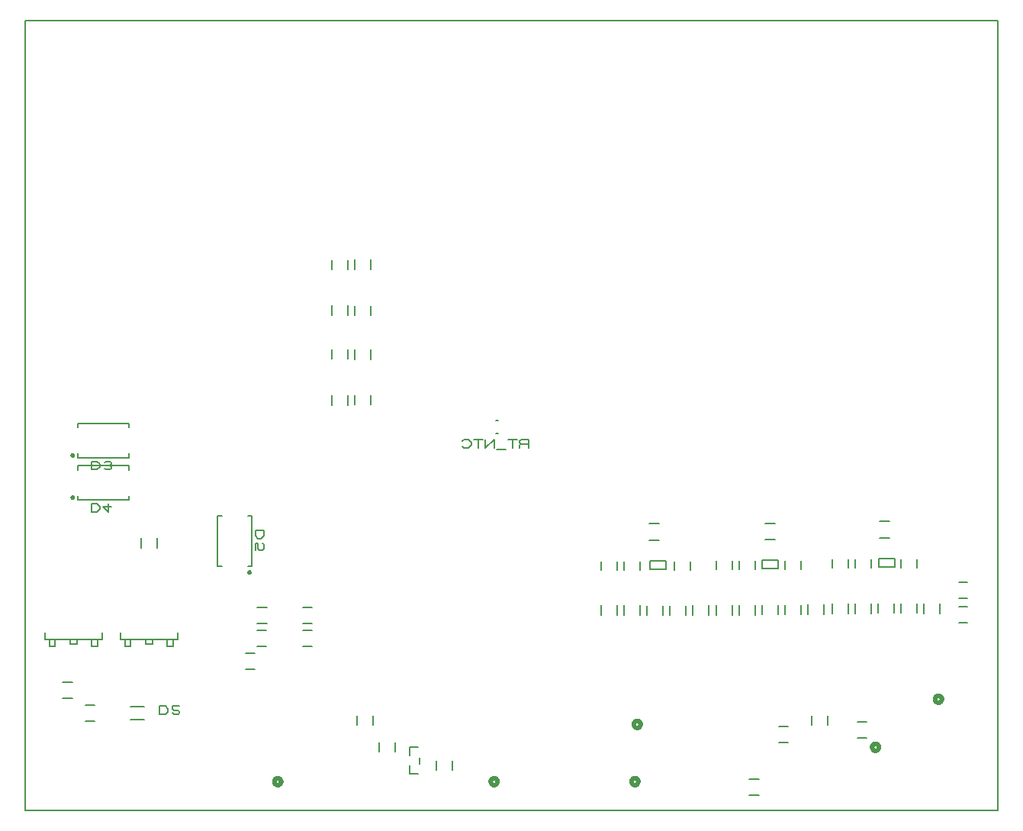
<source format=gbr>
G04 PROTEUS GERBER X2 FILE*
%TF.GenerationSoftware,Labcenter,Proteus,8.7-SP3-Build25561*%
%TF.CreationDate,2021-07-04T19:39:20+00:00*%
%TF.FileFunction,Legend,Bot*%
%TF.FilePolarity,Positive*%
%TF.Part,Single*%
%TF.SameCoordinates,{804bfe34-88de-486f-8887-f5b9ed786e22}*%
%FSLAX45Y45*%
%MOMM*%
G01*
%TA.AperFunction,Profile*%
%ADD42C,0.203200*%
%TA.AperFunction,Material*%
%ADD50C,0.200000*%
%ADD48C,0.203200*%
%ADD51C,0.508000*%
%ADD54C,0.250000*%
%TD.AperFunction*%
D42*
X-1079500Y-6413500D02*
X+9715500Y-6413500D01*
X+9715500Y+2349500D01*
X-1079500Y+2349500D01*
X-1079500Y-6413500D01*
D50*
X+2503000Y-811000D02*
X+2503000Y-921000D01*
X+2323000Y-811000D02*
X+2323000Y-921000D01*
X+2503000Y-313000D02*
X+2503000Y-413000D01*
X+2323000Y-313000D02*
X+2323000Y-413000D01*
X+2757000Y-303000D02*
X+2757000Y-413000D01*
X+2577000Y-303000D02*
X+2577000Y-413000D01*
X+2757000Y-821000D02*
X+2757000Y-921000D01*
X+2577000Y-821000D02*
X+2577000Y-921000D01*
D48*
X-228600Y-4445000D02*
X-228600Y-4521200D01*
X-863600Y-4521200D01*
X-863600Y-4445000D01*
X-508000Y-4521200D02*
X-508000Y-4572000D01*
X-584200Y-4572000D01*
X-584200Y-4521200D01*
X-279400Y-4521200D02*
X-279400Y-4597400D01*
X-342900Y-4597400D01*
X-342900Y-4521200D01*
X-812800Y-4521200D02*
X-812800Y-4597400D01*
X-749300Y-4597400D01*
X-749300Y-4521200D02*
X-749300Y-4597400D01*
X+609600Y-4445000D02*
X+609600Y-4521200D01*
X-25400Y-4521200D01*
X-25400Y-4445000D01*
X+330200Y-4521200D02*
X+330200Y-4572000D01*
X+254000Y-4572000D01*
X+254000Y-4521200D01*
X+558800Y-4521200D02*
X+558800Y-4597400D01*
X+495300Y-4597400D01*
X+495300Y-4521200D01*
X+25400Y-4521200D02*
X+25400Y-4597400D01*
X+88900Y-4597400D01*
X+88900Y-4521200D02*
X+88900Y-4597400D01*
D50*
X-557000Y-5170000D02*
X-667000Y-5170000D01*
X-557000Y-4990000D02*
X-667000Y-4990000D01*
X+382100Y-3389100D02*
X+382100Y-3499100D01*
X+202100Y-3389100D02*
X+202100Y-3499100D01*
X+2757000Y-1301500D02*
X+2757000Y-1411500D01*
X+2577000Y-1301500D02*
X+2577000Y-1411500D01*
X+2503000Y-1809500D02*
X+2503000Y-1919500D01*
X+2323000Y-1809500D02*
X+2323000Y-1919500D01*
X+2757000Y-1809500D02*
X+2757000Y-1909500D01*
X+2577000Y-1809500D02*
X+2577000Y-1909500D01*
X+2503000Y-1301500D02*
X+2503000Y-1401500D01*
X+2323000Y-1301500D02*
X+2323000Y-1401500D01*
X+7063000Y-6249500D02*
X+6953000Y-6249500D01*
X+7063000Y-6069500D02*
X+6953000Y-6069500D01*
X+1602000Y-4344500D02*
X+1492000Y-4344500D01*
X+1602000Y-4164500D02*
X+1492000Y-4164500D01*
D48*
X+83820Y-5407660D02*
X+236220Y-5407660D01*
X+86360Y-5260340D02*
X+236220Y-5260340D01*
X+411480Y-5257801D02*
X+411480Y-5349241D01*
X+474980Y-5349241D01*
X+506730Y-5318761D01*
X+506730Y-5288281D01*
X+474980Y-5257801D01*
X+411480Y-5257801D01*
X+554355Y-5334001D02*
X+570230Y-5349241D01*
X+617855Y-5349241D01*
X+633730Y-5334001D01*
X+633730Y-5318761D01*
X+617855Y-5303521D01*
X+570230Y-5303521D01*
X+554355Y-5288281D01*
X+554355Y-5257801D01*
X+633730Y-5257801D01*
D51*
X+9093200Y-5181500D02*
X+9093069Y-5178342D01*
X+9092003Y-5172024D01*
X+9089772Y-5165706D01*
X+9086127Y-5159388D01*
X+9080552Y-5153149D01*
X+9074234Y-5148553D01*
X+9067916Y-5145620D01*
X+9061598Y-5143958D01*
X+9055280Y-5143400D01*
X+9055100Y-5143400D01*
X+9017000Y-5181500D02*
X+9017131Y-5178342D01*
X+9018197Y-5172024D01*
X+9020428Y-5165706D01*
X+9024073Y-5159388D01*
X+9029648Y-5153149D01*
X+9035966Y-5148553D01*
X+9042284Y-5145620D01*
X+9048602Y-5143958D01*
X+9054920Y-5143400D01*
X+9055100Y-5143400D01*
X+9017000Y-5181500D02*
X+9017131Y-5184658D01*
X+9018197Y-5190976D01*
X+9020428Y-5197294D01*
X+9024073Y-5203612D01*
X+9029648Y-5209851D01*
X+9035966Y-5214447D01*
X+9042284Y-5217380D01*
X+9048602Y-5219042D01*
X+9054920Y-5219600D01*
X+9055100Y-5219600D01*
X+9093200Y-5181500D02*
X+9093069Y-5184658D01*
X+9092003Y-5190976D01*
X+9089772Y-5197294D01*
X+9086127Y-5203612D01*
X+9080552Y-5209851D01*
X+9074234Y-5214447D01*
X+9067916Y-5217380D01*
X+9061598Y-5219042D01*
X+9055280Y-5219600D01*
X+9055100Y-5219600D01*
D50*
X+8159500Y-5434500D02*
X+8259500Y-5434500D01*
X+8159500Y-5614500D02*
X+8259500Y-5614500D01*
X+7288500Y-5480499D02*
X+7388500Y-5480499D01*
X+7288500Y-5660499D02*
X+7388500Y-5660499D01*
X+7647500Y-5465500D02*
X+7647500Y-5365500D01*
X+7827500Y-5465500D02*
X+7827500Y-5365500D01*
X+9279200Y-4151800D02*
X+9379200Y-4151800D01*
X+9279200Y-4331800D02*
X+9379200Y-4331800D01*
X-313000Y-5424000D02*
X-413000Y-5424000D01*
X-313000Y-5244000D02*
X-413000Y-5244000D01*
X+2000000Y-4418500D02*
X+2100000Y-4418500D01*
X+2000000Y-4598500D02*
X+2100000Y-4598500D01*
X+2000000Y-4164500D02*
X+2100000Y-4164500D01*
X+2000000Y-4344500D02*
X+2100000Y-4344500D01*
X+1492000Y-4418500D02*
X+1592000Y-4418500D01*
X+1492000Y-4598500D02*
X+1592000Y-4598500D01*
X+1465000Y-4852500D02*
X+1365000Y-4852500D01*
X+1465000Y-4672500D02*
X+1365000Y-4672500D01*
D51*
X+8394600Y-5715000D02*
X+8394469Y-5711842D01*
X+8393403Y-5705524D01*
X+8391172Y-5699206D01*
X+8387527Y-5692888D01*
X+8381952Y-5686649D01*
X+8375634Y-5682053D01*
X+8369316Y-5679120D01*
X+8362998Y-5677458D01*
X+8356680Y-5676900D01*
X+8356500Y-5676900D01*
X+8318400Y-5715000D02*
X+8318531Y-5711842D01*
X+8319597Y-5705524D01*
X+8321828Y-5699206D01*
X+8325473Y-5692888D01*
X+8331048Y-5686649D01*
X+8337366Y-5682053D01*
X+8343684Y-5679120D01*
X+8350002Y-5677458D01*
X+8356320Y-5676900D01*
X+8356500Y-5676900D01*
X+8318400Y-5715000D02*
X+8318531Y-5718158D01*
X+8319597Y-5724476D01*
X+8321828Y-5730794D01*
X+8325473Y-5737112D01*
X+8331048Y-5743351D01*
X+8337366Y-5747947D01*
X+8343684Y-5750880D01*
X+8350002Y-5752542D01*
X+8356320Y-5753100D01*
X+8356500Y-5753100D01*
X+8394600Y-5715000D02*
X+8394469Y-5718158D01*
X+8393403Y-5724476D01*
X+8391172Y-5730794D01*
X+8387527Y-5737112D01*
X+8381952Y-5743351D01*
X+8375634Y-5747947D01*
X+8369316Y-5750880D01*
X+8362998Y-5752542D01*
X+8356680Y-5753100D01*
X+8356500Y-5753100D01*
X+4162600Y-6096000D02*
X+4162469Y-6092842D01*
X+4161403Y-6086524D01*
X+4159172Y-6080206D01*
X+4155527Y-6073888D01*
X+4149952Y-6067649D01*
X+4143634Y-6063053D01*
X+4137316Y-6060120D01*
X+4130998Y-6058458D01*
X+4124680Y-6057900D01*
X+4124500Y-6057900D01*
X+4086400Y-6096000D02*
X+4086531Y-6092842D01*
X+4087597Y-6086524D01*
X+4089828Y-6080206D01*
X+4093473Y-6073888D01*
X+4099048Y-6067649D01*
X+4105366Y-6063053D01*
X+4111684Y-6060120D01*
X+4118002Y-6058458D01*
X+4124320Y-6057900D01*
X+4124500Y-6057900D01*
X+4086400Y-6096000D02*
X+4086531Y-6099158D01*
X+4087597Y-6105476D01*
X+4089828Y-6111794D01*
X+4093473Y-6118112D01*
X+4099048Y-6124351D01*
X+4105366Y-6128947D01*
X+4111684Y-6131880D01*
X+4118002Y-6133542D01*
X+4124320Y-6134100D01*
X+4124500Y-6134100D01*
X+4162600Y-6096000D02*
X+4162469Y-6099158D01*
X+4161403Y-6105476D01*
X+4159172Y-6111794D01*
X+4155527Y-6118112D01*
X+4149952Y-6124351D01*
X+4143634Y-6128947D01*
X+4137316Y-6131880D01*
X+4130998Y-6133542D01*
X+4124680Y-6134100D01*
X+4124500Y-6134100D01*
X+5724600Y-6096000D02*
X+5724469Y-6092842D01*
X+5723403Y-6086524D01*
X+5721172Y-6080206D01*
X+5717527Y-6073888D01*
X+5711952Y-6067649D01*
X+5705634Y-6063053D01*
X+5699316Y-6060120D01*
X+5692998Y-6058458D01*
X+5686680Y-6057900D01*
X+5686500Y-6057900D01*
X+5648400Y-6096000D02*
X+5648531Y-6092842D01*
X+5649597Y-6086524D01*
X+5651828Y-6080206D01*
X+5655473Y-6073888D01*
X+5661048Y-6067649D01*
X+5667366Y-6063053D01*
X+5673684Y-6060120D01*
X+5680002Y-6058458D01*
X+5686320Y-6057900D01*
X+5686500Y-6057900D01*
X+5648400Y-6096000D02*
X+5648531Y-6099158D01*
X+5649597Y-6105476D01*
X+5651828Y-6111794D01*
X+5655473Y-6118112D01*
X+5661048Y-6124351D01*
X+5667366Y-6128947D01*
X+5673684Y-6131880D01*
X+5680002Y-6133542D01*
X+5686320Y-6134100D01*
X+5686500Y-6134100D01*
X+5724600Y-6096000D02*
X+5724469Y-6099158D01*
X+5723403Y-6105476D01*
X+5721172Y-6111794D01*
X+5717527Y-6118112D01*
X+5711952Y-6124351D01*
X+5705634Y-6128947D01*
X+5699316Y-6131880D01*
X+5692998Y-6133542D01*
X+5686680Y-6134100D01*
X+5686500Y-6134100D01*
X+5750100Y-5461000D02*
X+5749969Y-5457842D01*
X+5748903Y-5451524D01*
X+5746672Y-5445206D01*
X+5743027Y-5438888D01*
X+5737452Y-5432649D01*
X+5731134Y-5428053D01*
X+5724816Y-5425120D01*
X+5718498Y-5423458D01*
X+5712180Y-5422900D01*
X+5712000Y-5422900D01*
X+5673900Y-5461000D02*
X+5674031Y-5457842D01*
X+5675097Y-5451524D01*
X+5677328Y-5445206D01*
X+5680973Y-5438888D01*
X+5686548Y-5432649D01*
X+5692866Y-5428053D01*
X+5699184Y-5425120D01*
X+5705502Y-5423458D01*
X+5711820Y-5422900D01*
X+5712000Y-5422900D01*
X+5673900Y-5461000D02*
X+5674031Y-5464158D01*
X+5675097Y-5470476D01*
X+5677328Y-5476794D01*
X+5680973Y-5483112D01*
X+5686548Y-5489351D01*
X+5692866Y-5493947D01*
X+5699184Y-5496880D01*
X+5705502Y-5498542D01*
X+5711820Y-5499100D01*
X+5712000Y-5499100D01*
X+5750100Y-5461000D02*
X+5749969Y-5464158D01*
X+5748903Y-5470476D01*
X+5746672Y-5476794D01*
X+5743027Y-5483112D01*
X+5737452Y-5489351D01*
X+5731134Y-5493947D01*
X+5724816Y-5496880D01*
X+5718498Y-5498542D01*
X+5712180Y-5499100D01*
X+5712000Y-5499100D01*
X+1760831Y-6096000D02*
X+1760700Y-6092842D01*
X+1759634Y-6086524D01*
X+1757403Y-6080206D01*
X+1753758Y-6073888D01*
X+1748183Y-6067649D01*
X+1741865Y-6063053D01*
X+1735547Y-6060120D01*
X+1729229Y-6058458D01*
X+1722911Y-6057900D01*
X+1722731Y-6057900D01*
X+1684631Y-6096000D02*
X+1684762Y-6092842D01*
X+1685828Y-6086524D01*
X+1688059Y-6080206D01*
X+1691704Y-6073888D01*
X+1697279Y-6067649D01*
X+1703597Y-6063053D01*
X+1709915Y-6060120D01*
X+1716233Y-6058458D01*
X+1722551Y-6057900D01*
X+1722731Y-6057900D01*
X+1684631Y-6096000D02*
X+1684762Y-6099158D01*
X+1685828Y-6105476D01*
X+1688059Y-6111794D01*
X+1691704Y-6118112D01*
X+1697279Y-6124351D01*
X+1703597Y-6128947D01*
X+1709915Y-6131880D01*
X+1716233Y-6133542D01*
X+1722551Y-6134100D01*
X+1722731Y-6134100D01*
X+1760831Y-6096000D02*
X+1760700Y-6099158D01*
X+1759634Y-6105476D01*
X+1757403Y-6111794D01*
X+1753758Y-6118112D01*
X+1748183Y-6124351D01*
X+1741865Y-6128947D01*
X+1735547Y-6131880D01*
X+1729229Y-6133542D01*
X+1722911Y-6134100D01*
X+1722731Y-6134100D01*
D50*
X+4139500Y-2089000D02*
X+4169500Y-2089000D01*
X+4139500Y-2229000D02*
X+4169500Y-2229000D01*
D48*
X+4503750Y-2392670D02*
X+4503750Y-2301230D01*
X+4424375Y-2301230D01*
X+4408500Y-2316470D01*
X+4408500Y-2331710D01*
X+4424375Y-2346950D01*
X+4503750Y-2346950D01*
X+4424375Y-2346950D02*
X+4408500Y-2362190D01*
X+4408500Y-2392670D01*
X+4376750Y-2301230D02*
X+4281500Y-2301230D01*
X+4329125Y-2301230D02*
X+4329125Y-2392670D01*
X+4249750Y-2407910D02*
X+4154500Y-2407910D01*
X+4122750Y-2392670D02*
X+4122750Y-2301230D01*
X+4027500Y-2392670D01*
X+4027500Y-2301230D01*
X+3995750Y-2301230D02*
X+3900500Y-2301230D01*
X+3948125Y-2301230D02*
X+3948125Y-2392670D01*
X+3773500Y-2377430D02*
X+3789375Y-2392670D01*
X+3837000Y-2392670D01*
X+3868750Y-2362190D01*
X+3868750Y-2331710D01*
X+3837000Y-2301230D01*
X+3789375Y-2301230D01*
X+3773500Y-2316470D01*
D50*
X+2602400Y-5467600D02*
X+2602400Y-5367600D01*
X+2782400Y-5467600D02*
X+2782400Y-5367600D01*
X+3658700Y-5862900D02*
X+3658700Y-5962900D01*
X+3478700Y-5862900D02*
X+3478700Y-5962900D01*
X+2843700Y-5759700D02*
X+2843700Y-5659700D01*
X+3023700Y-5759700D02*
X+3023700Y-5659700D01*
D48*
X+3185160Y-6004560D02*
X+3185160Y-5915660D01*
X+3296920Y-5897880D02*
X+3296920Y-5826760D01*
X+3185160Y-6004560D02*
X+3276600Y-6004560D01*
X+3279140Y-5715000D02*
X+3185160Y-5715000D01*
X+3185160Y-5801360D01*
D54*
X-544800Y-2941300D02*
X-544843Y-2940261D01*
X-545195Y-2938182D01*
X-545932Y-2936103D01*
X-547136Y-2934024D01*
X-548977Y-2931974D01*
X-551056Y-2930471D01*
X-553135Y-2929514D01*
X-555214Y-2928975D01*
X-557293Y-2928800D01*
X-557300Y-2928800D01*
X-569800Y-2941300D02*
X-569757Y-2940261D01*
X-569405Y-2938182D01*
X-568668Y-2936103D01*
X-567464Y-2934024D01*
X-565623Y-2931974D01*
X-563544Y-2930471D01*
X-561465Y-2929514D01*
X-559386Y-2928975D01*
X-557307Y-2928800D01*
X-557300Y-2928800D01*
X-569800Y-2941300D02*
X-569757Y-2942339D01*
X-569405Y-2944418D01*
X-568668Y-2946497D01*
X-567464Y-2948576D01*
X-565623Y-2950626D01*
X-563544Y-2952129D01*
X-561465Y-2953086D01*
X-559386Y-2953625D01*
X-557307Y-2953800D01*
X-557300Y-2953800D01*
X-544800Y-2941300D02*
X-544843Y-2942339D01*
X-545195Y-2944418D01*
X-545932Y-2946497D01*
X-547136Y-2948576D01*
X-548977Y-2950626D01*
X-551056Y-2952129D01*
X-553135Y-2953086D01*
X-555214Y-2953625D01*
X-557293Y-2953800D01*
X-557300Y-2953800D01*
D50*
X-492300Y-2926300D02*
X-492300Y-2971300D01*
X+67700Y-2971300D01*
X+67700Y-2926300D01*
X-492300Y-2636300D02*
X-492300Y-2591300D01*
X+67700Y-2591300D01*
X+67700Y-2636300D01*
D48*
X-345550Y-3011780D02*
X-345550Y-3103220D01*
X-282050Y-3103220D01*
X-250300Y-3072740D01*
X-250300Y-3042260D01*
X-282050Y-3011780D01*
X-345550Y-3011780D01*
X-123300Y-3042260D02*
X-218550Y-3042260D01*
X-155050Y-3103220D01*
X-155050Y-3011780D01*
D54*
X-544800Y-2471400D02*
X-544843Y-2470361D01*
X-545195Y-2468282D01*
X-545932Y-2466203D01*
X-547136Y-2464124D01*
X-548977Y-2462074D01*
X-551056Y-2460571D01*
X-553135Y-2459614D01*
X-555214Y-2459075D01*
X-557293Y-2458900D01*
X-557300Y-2458900D01*
X-569800Y-2471400D02*
X-569757Y-2470361D01*
X-569405Y-2468282D01*
X-568668Y-2466203D01*
X-567464Y-2464124D01*
X-565623Y-2462074D01*
X-563544Y-2460571D01*
X-561465Y-2459614D01*
X-559386Y-2459075D01*
X-557307Y-2458900D01*
X-557300Y-2458900D01*
X-569800Y-2471400D02*
X-569757Y-2472439D01*
X-569405Y-2474518D01*
X-568668Y-2476597D01*
X-567464Y-2478676D01*
X-565623Y-2480726D01*
X-563544Y-2482229D01*
X-561465Y-2483186D01*
X-559386Y-2483725D01*
X-557307Y-2483900D01*
X-557300Y-2483900D01*
X-544800Y-2471400D02*
X-544843Y-2472439D01*
X-545195Y-2474518D01*
X-545932Y-2476597D01*
X-547136Y-2478676D01*
X-548977Y-2480726D01*
X-551056Y-2482229D01*
X-553135Y-2483186D01*
X-555214Y-2483725D01*
X-557293Y-2483900D01*
X-557300Y-2483900D01*
D50*
X-492300Y-2456400D02*
X-492300Y-2501400D01*
X+67700Y-2501400D01*
X+67700Y-2456400D01*
X-492300Y-2166400D02*
X-492300Y-2121400D01*
X+67700Y-2121400D01*
X+67700Y-2166400D01*
D48*
X-345550Y-2541880D02*
X-345550Y-2633320D01*
X-282050Y-2633320D01*
X-250300Y-2602840D01*
X-250300Y-2572360D01*
X-282050Y-2541880D01*
X-345550Y-2541880D01*
X-202675Y-2618080D02*
X-186800Y-2633320D01*
X-139175Y-2633320D01*
X-123300Y-2618080D01*
X-123300Y-2602840D01*
X-139175Y-2587600D01*
X-123300Y-2572360D01*
X-123300Y-2557120D01*
X-139175Y-2541880D01*
X-186800Y-2541880D01*
X-202675Y-2557120D01*
X-170925Y-2587600D02*
X-139175Y-2587600D01*
D54*
X+1417100Y-3770400D02*
X+1417057Y-3769361D01*
X+1416705Y-3767282D01*
X+1415968Y-3765203D01*
X+1414764Y-3763124D01*
X+1412923Y-3761074D01*
X+1410844Y-3759571D01*
X+1408765Y-3758614D01*
X+1406686Y-3758075D01*
X+1404607Y-3757900D01*
X+1404600Y-3757900D01*
X+1392100Y-3770400D02*
X+1392143Y-3769361D01*
X+1392495Y-3767282D01*
X+1393232Y-3765203D01*
X+1394436Y-3763124D01*
X+1396277Y-3761074D01*
X+1398356Y-3759571D01*
X+1400435Y-3758614D01*
X+1402514Y-3758075D01*
X+1404593Y-3757900D01*
X+1404600Y-3757900D01*
X+1392100Y-3770400D02*
X+1392143Y-3771439D01*
X+1392495Y-3773518D01*
X+1393232Y-3775597D01*
X+1394436Y-3777676D01*
X+1396277Y-3779726D01*
X+1398356Y-3781229D01*
X+1400435Y-3782186D01*
X+1402514Y-3782725D01*
X+1404593Y-3782900D01*
X+1404600Y-3782900D01*
X+1417100Y-3770400D02*
X+1417057Y-3771439D01*
X+1416705Y-3773518D01*
X+1415968Y-3775597D01*
X+1414764Y-3777676D01*
X+1412923Y-3779726D01*
X+1410844Y-3781229D01*
X+1408765Y-3782186D01*
X+1406686Y-3782725D01*
X+1404607Y-3782900D01*
X+1404600Y-3782900D01*
D50*
X+1389600Y-3705400D02*
X+1434600Y-3705400D01*
X+1434600Y-3145400D01*
X+1389600Y-3145400D01*
X+1099600Y-3705400D02*
X+1054600Y-3705400D01*
X+1054600Y-3145400D01*
X+1099600Y-3145400D01*
D48*
X+1566520Y-3304650D02*
X+1475080Y-3304650D01*
X+1475080Y-3368150D01*
X+1505560Y-3399900D01*
X+1536040Y-3399900D01*
X+1566520Y-3368150D01*
X+1566520Y-3304650D01*
X+1475080Y-3526900D02*
X+1475080Y-3447525D01*
X+1505560Y-3447525D01*
X+1505560Y-3511025D01*
X+1520800Y-3526900D01*
X+1551280Y-3526900D01*
X+1566520Y-3511025D01*
X+1566520Y-3463400D01*
X+1551280Y-3447525D01*
D50*
X+9379200Y-4065100D02*
X+9279200Y-4065100D01*
X+9379200Y-3885100D02*
X+9279200Y-3885100D01*
D48*
X+5849620Y-3739320D02*
X+6032500Y-3739320D01*
X+6032500Y-3645340D01*
X+5849620Y-3645340D01*
X+5849620Y-3739320D01*
D50*
X+5958100Y-3415300D02*
X+5848100Y-3415300D01*
X+5958100Y-3235300D02*
X+5848100Y-3235300D01*
X+5741500Y-4136300D02*
X+5741500Y-4246300D01*
X+5561500Y-4136300D02*
X+5561500Y-4246300D01*
X+5307500Y-4246300D02*
X+5307500Y-4136300D01*
X+5487500Y-4246300D02*
X+5487500Y-4136300D01*
X+6323500Y-4246300D02*
X+6323500Y-4136300D01*
X+6503500Y-4246300D02*
X+6503500Y-4136300D01*
X+6069500Y-4244200D02*
X+6069500Y-4144200D01*
X+6249500Y-4244200D02*
X+6249500Y-4144200D01*
X+6120300Y-3751000D02*
X+6120300Y-3651000D01*
X+6300300Y-3751000D02*
X+6300300Y-3651000D01*
X+5995500Y-4146300D02*
X+5995500Y-4246300D01*
X+5815500Y-4146300D02*
X+5815500Y-4246300D01*
X+5561500Y-3751000D02*
X+5561500Y-3651000D01*
X+5741500Y-3751000D02*
X+5741500Y-3651000D01*
X+5307500Y-3751000D02*
X+5307500Y-3651000D01*
X+5487500Y-3751000D02*
X+5487500Y-3651000D01*
D48*
X+7095720Y-3733620D02*
X+7278600Y-3733620D01*
X+7278600Y-3639640D01*
X+7095720Y-3639640D01*
X+7095720Y-3733620D01*
D50*
X+7245600Y-3407400D02*
X+7135600Y-3407400D01*
X+7245600Y-3227400D02*
X+7135600Y-3227400D01*
X+7024200Y-4136300D02*
X+7024200Y-4246300D01*
X+6844200Y-4136300D02*
X+6844200Y-4246300D01*
X+6590200Y-4246300D02*
X+6590200Y-4136300D01*
X+6770200Y-4246300D02*
X+6770200Y-4136300D01*
X+7606200Y-4238400D02*
X+7606200Y-4128400D01*
X+7786200Y-4238400D02*
X+7786200Y-4128400D01*
X+7352200Y-4238400D02*
X+7352200Y-4138400D01*
X+7532200Y-4238400D02*
X+7532200Y-4138400D01*
X+7352200Y-3743100D02*
X+7352200Y-3643100D01*
X+7532200Y-3743100D02*
X+7532200Y-3643100D01*
X+7278200Y-4138400D02*
X+7278200Y-4238400D01*
X+7098200Y-4138400D02*
X+7098200Y-4238400D01*
X+6844200Y-3743100D02*
X+6844200Y-3643100D01*
X+7024200Y-3743100D02*
X+7024200Y-3643100D01*
X+6590200Y-3743100D02*
X+6590200Y-3643100D01*
X+6770200Y-3743100D02*
X+6770200Y-3643100D01*
D48*
X+8391120Y-3713920D02*
X+8574000Y-3713920D01*
X+8574000Y-3619940D01*
X+8391120Y-3619940D01*
X+8391120Y-3713920D01*
D50*
X+8634900Y-3725600D02*
X+8634900Y-3625600D01*
X+8814900Y-3725600D02*
X+8814900Y-3625600D01*
X+8510800Y-3389900D02*
X+8400800Y-3389900D01*
X+8510800Y-3209900D02*
X+8400800Y-3209900D01*
X+8888900Y-4228800D02*
X+8888900Y-4118800D01*
X+9068900Y-4228800D02*
X+9068900Y-4118800D01*
X+8634900Y-4218800D02*
X+8634900Y-4118800D01*
X+8814900Y-4218800D02*
X+8814900Y-4118800D01*
X+8560900Y-4118800D02*
X+8560900Y-4218800D01*
X+8380900Y-4118800D02*
X+8380900Y-4218800D01*
X+8126900Y-3725600D02*
X+8126900Y-3625600D01*
X+8306900Y-3725600D02*
X+8306900Y-3625600D01*
X+7872900Y-3725600D02*
X+7872900Y-3625600D01*
X+8052900Y-3725600D02*
X+8052900Y-3625600D01*
X+8306900Y-4118800D02*
X+8306900Y-4228800D01*
X+8126900Y-4118800D02*
X+8126900Y-4228800D01*
X+7872900Y-4233600D02*
X+7872900Y-4123600D01*
X+8052900Y-4233600D02*
X+8052900Y-4123600D01*
M02*

</source>
